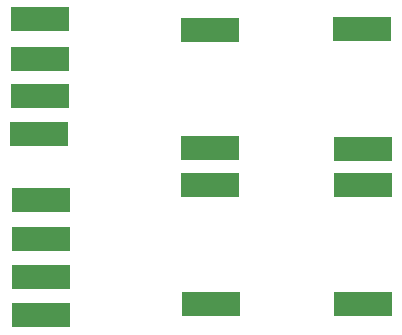
<source format=gtp>
G04 EAGLE Gerber RS-274X export*
G75*
%MOMM*%
%FSLAX34Y34*%
%LPD*%
%INSolderpaste Top*%
%IPPOS*%
%AMOC8*
5,1,8,0,0,1.08239X$1,22.5*%
G01*
%ADD10R,5.000000X2.000000*%


D10*
X362432Y251715D03*
X218425Y339421D03*
X491082Y251235D03*
X491516Y352477D03*
X217175Y395493D03*
X361901Y483915D03*
X217779Y492569D03*
X217558Y459274D03*
X361792Y352283D03*
X218753Y274682D03*
X219081Y242077D03*
X361497Y383332D03*
X217509Y427623D03*
X491402Y383051D03*
X490961Y484118D03*
X219044Y307011D03*
M02*

</source>
